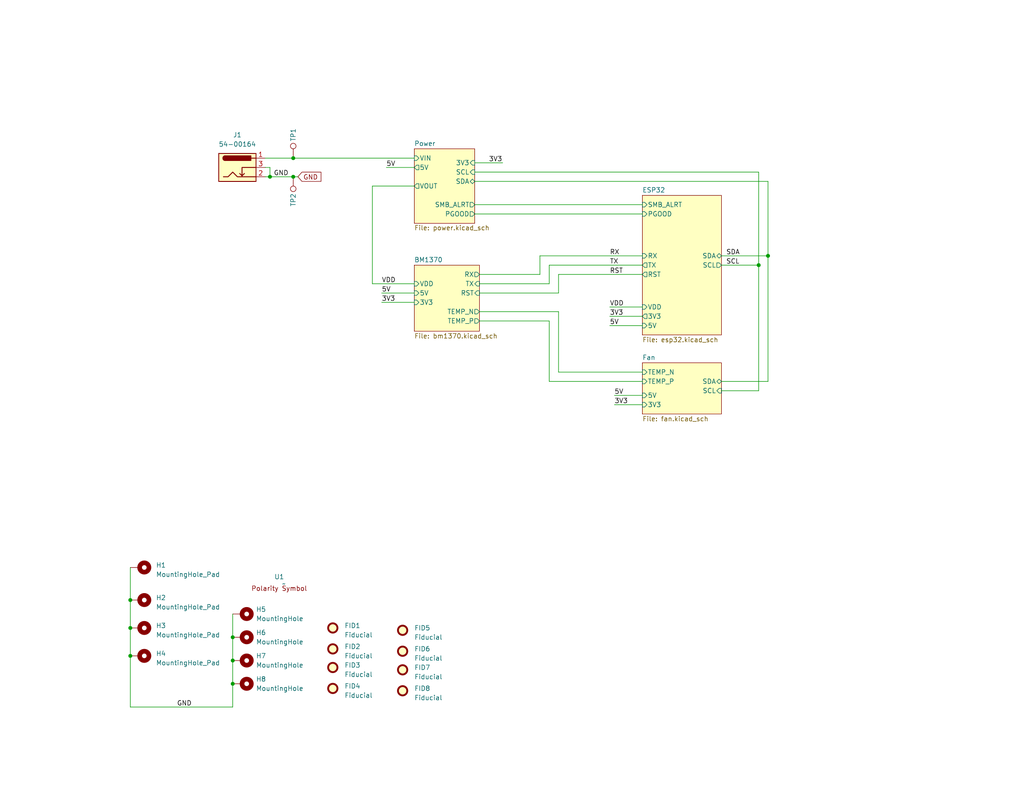
<source format=kicad_sch>
(kicad_sch (version 20231120) (generator "eeschema") (generator_version "8.0")
  (paper "A")
  (title_block (title "bitaxeGamma") (date "2024-09-26") (rev "602"))
  (lib_symbols
    (symbol "Connector:Barrel_Jack_Switch" (pin_names hide)
      (property "Reference" "J" (at 0 5.334 0))
      (property "Value" "Barrel_Jack_Switch" (at 0 -5.08 0))
      (symbol "Barrel_Jack_Switch_0_1"
        (rectangle (start -5.08 3.81) (end 5.08 -3.81) (stroke (width 0.254)) (fill (type background)))
        (arc (start -3.302 3.175) (mid -3.9343 2.54) (end -3.302 1.905) (stroke (width 0.254)))
        (arc (start -3.302 3.175) (mid -3.9343 2.54) (end -3.302 1.905) (stroke (width 0.254)) (fill (type outline)))
        (polyline (pts (xy 1.27 -2.286) (xy 1.905 -1.651)) (stroke (width 0.254)))
        (polyline (pts (xy 5.08 2.54) (xy 3.81 2.54)) (stroke (width 0.254)))
        (polyline (pts (xy 5.08 0) (xy 1.27 0) (xy 1.27 -2.286) (xy 0.635 -1.651)) (stroke (width 0.254)))
        (polyline (pts (xy -3.81 -2.54) (xy -2.54 -2.54) (xy -1.27 -1.27) (xy 0 -2.54) (xy 2.54 -2.54) (xy 5.08 -2.54)) (stroke (width 0.254)))
        (rectangle (start 3.683 3.175) (end -3.302 1.905) (stroke (width 0.254)) (fill (type outline)))
      )
      (symbol "Barrel_Jack_Switch_1_1"
        (pin power_out line (at 7.62 2.54 180) (length 2.54) (name "~") (number "1"))
        (pin power_out line (at 7.62 -2.54 180) (length 2.54) (name "~") (number "2"))
        (pin passive line (at 7.62 0 180) (length 2.54) (name "~") (number "3"))
      )
    )
    (symbol "Connector:TestPoint" (pin_numbers hide) (pin_names (offset 0.762) hide)
      (property "Reference" "TP" (at 0 6.858 0))
      (property "Value" "TestPoint" (at 0 5.08 0))
      (symbol "TestPoint_0_1"
        (circle (center 0 3.302) (radius 0.762))
      )
      (symbol "TestPoint_1_1"
        (pin passive line (at 0 0 90) (length 2.54) (name "1") (number "1"))
      )
    )
    (symbol "Mechanical:Fiducial"
      (property "Reference" "FID" (at 0 5.08 0))
      (property "Value" "Fiducial" (at 0 3.175 0))
      (symbol "Fiducial_0_1"
        (circle (center 0 0) (radius 1.27) (stroke (width 0.508)) (fill (type background)))
      )
    )
    (symbol "Mechanical:MountingHole_Pad" (pin_numbers hide) (pin_names (offset 1.016) hide)
      (property "Reference" "H" (at 0 6.35 0))
      (property "Value" "MountingHole_Pad" (at 0 4.445 0))
      (symbol "MountingHole_Pad_0_1"
        (circle (center 0 1.27) (radius 1.27) (stroke (width 1.27)))
      )
      (symbol "MountingHole_Pad_1_1"
        (pin input line (at 0 -2.54 90) (length 2.54) (name "1") (number "1"))
      )
    )
    (symbol "MountingHole_Pad_1" (pin_numbers hide) (pin_names (offset 1.016) hide) (exclude_from_sim yes) (in_bom no)
      (property "Reference" "H" (at 0 6.35 0))
      (property "Value" "MountingHole_Pad" (at 0 4.445 0))
      (symbol "MountingHole_Pad_1_0_1"
        (circle (center 0 1.27) (radius 1.27) (stroke (width 1.27)))
      )
      (symbol "MountingHole_Pad_1_1_1"
        (pin input line (at 0 -2.54 90) (length 2.54) (name "1") (number "1"))
      )
    )
    (symbol "MountingHole_Pad_2" (pin_numbers hide) (pin_names (offset 1.016) hide) (exclude_from_sim yes) (in_bom no)
      (property "Reference" "H" (at 0 6.35 0))
      (property "Value" "MountingHole_Pad" (at 0 4.445 0))
      (symbol "MountingHole_Pad_2_0_1"
        (circle (center 0 1.27) (radius 1.27) (stroke (width 1.27)))
      )
      (symbol "MountingHole_Pad_2_1_1"
        (pin input line (at 0 -2.54 90) (length 2.54) (name "1") (number "1"))
      )
    )
    (symbol "MountingHole_Pad_3" (pin_numbers hide) (pin_names (offset 1.016) hide) (exclude_from_sim yes) (in_bom no)
      (property "Reference" "H" (at 0 6.35 0))
      (property "Value" "MountingHole_Pad" (at 0 4.445 0))
      (symbol "MountingHole_Pad_3_0_1"
        (circle (center 0 1.27) (radius 1.27) (stroke (width 1.27)))
      )
      (symbol "MountingHole_Pad_3_1_1"
        (pin input line (at 0 -2.54 90) (length 2.54) (name "1") (number "1"))
      )
    )
    (symbol "MountingHole_Pad_4" (pin_numbers hide) (pin_names (offset 1.016) hide) (exclude_from_sim yes) (in_bom no)
      (property "Reference" "H" (at 0 6.35 0))
      (property "Value" "MountingHole_Pad" (at 0 4.445 0))
      (symbol "MountingHole_Pad_4_0_1"
        (circle (center 0 1.27) (radius 1.27) (stroke (width 1.27)))
      )
      (symbol "MountingHole_Pad_4_1_1"
        (pin input line (at 0 -2.54 90) (length 2.54) (name "1") (number "1"))
      )
    )
    (symbol "bitaxe:polarity" (in_bom no)
      (property "Reference" "U" (at 0 0 0))
      (symbol "polarity_1_1"
        (text "Polarity Symbol" (at -1.27 -1.27 0) (effects (font (size 1.27 1.27))))
      )
    )
  )
  (junction (at 73.66 48.26))
  (junction (at 209.55 69.85))
  (junction (at 63.5 186.69))
  (junction (at 35.56 179.07))
  (junction (at 80.01 43.18))
  (junction (at 35.56 171.45))
  (junction (at 207.01 72.39))
  (junction (at 80.01 48.26))
  (junction (at 63.5 180.34))
  (junction (at 63.5 173.99))
  (junction (at 35.56 163.83))
  (wire (pts (xy 73.66 45.72) (xy 73.66 48.26)))
  (wire (pts (xy 129.54 46.99) (xy 207.01 46.99)))
  (wire (pts (xy 152.4 101.6) (xy 175.26 101.6)))
  (wire (pts (xy 196.85 72.39) (xy 207.01 72.39)))
  (wire (pts (xy 80.01 48.26) (xy 81.28 48.26)))
  (wire (pts (xy 105.41 45.72) (xy 113.03 45.72)))
  (wire (pts (xy 63.5 167.64) (xy 63.5 173.99)))
  (wire (pts (xy 147.32 74.93) (xy 147.32 69.85)))
  (wire (pts (xy 130.81 77.47) (xy 149.86 77.47)))
  (wire (pts (xy 166.37 88.9) (xy 175.26 88.9)))
  (wire (pts (xy 63.5 173.99) (xy 63.5 180.34)))
  (wire (pts (xy 72.39 43.18) (xy 80.01 43.18)))
  (wire (pts (xy 72.39 48.26) (xy 73.66 48.26)))
  (wire (pts (xy 63.5 186.69) (xy 63.5 193.04)))
  (wire (pts (xy 167.64 110.49) (xy 175.26 110.49)))
  (wire (pts (xy 63.5 180.34) (xy 63.5 186.69)))
  (wire (pts (xy 209.55 49.53) (xy 209.55 69.85)))
  (wire (pts (xy 175.26 104.14) (xy 149.86 104.14)))
  (wire (pts (xy 152.4 74.93) (xy 175.26 74.93)))
  (wire (pts (xy 129.54 49.53) (xy 209.55 49.53)))
  (wire (pts (xy 73.66 48.26) (xy 80.01 48.26)))
  (wire (pts (xy 166.37 83.82) (xy 175.26 83.82)))
  (wire (pts (xy 207.01 72.39) (xy 207.01 106.68)))
  (wire (pts (xy 207.01 46.99) (xy 207.01 72.39)))
  (wire (pts (xy 196.85 69.85) (xy 209.55 69.85)))
  (wire (pts (xy 152.4 80.01) (xy 152.4 74.93)))
  (wire (pts (xy 35.56 163.83) (xy 35.56 171.45)))
  (wire (pts (xy 104.14 82.55) (xy 113.03 82.55)))
  (wire (pts (xy 130.81 74.93) (xy 147.32 74.93)))
  (wire (pts (xy 196.85 104.14) (xy 209.55 104.14)))
  (wire (pts (xy 72.39 45.72) (xy 73.66 45.72)))
  (wire (pts (xy 101.6 77.47) (xy 101.6 50.8)))
  (wire (pts (xy 130.81 85.09) (xy 152.4 85.09)))
  (wire (pts (xy 149.86 77.47) (xy 149.86 72.39)))
  (wire (pts (xy 196.85 106.68) (xy 207.01 106.68)))
  (wire (pts (xy 104.14 80.01) (xy 113.03 80.01)))
  (wire (pts (xy 149.86 87.63) (xy 130.81 87.63)))
  (wire (pts (xy 209.55 104.14) (xy 209.55 69.85)))
  (wire (pts (xy 129.54 58.42) (xy 175.26 58.42)))
  (wire (pts (xy 167.64 107.95) (xy 175.26 107.95)))
  (wire (pts (xy 129.54 55.88) (xy 175.26 55.88)))
  (wire (pts (xy 35.56 179.07) (xy 35.56 193.04)))
  (wire (pts (xy 35.56 154.94) (xy 35.56 163.83)))
  (wire (pts (xy 152.4 85.09) (xy 152.4 101.6)))
  (wire (pts (xy 147.32 69.85) (xy 175.26 69.85)))
  (wire (pts (xy 35.56 193.04) (xy 63.5 193.04)))
  (wire (pts (xy 166.37 86.36) (xy 175.26 86.36)))
  (wire (pts (xy 113.03 77.47) (xy 101.6 77.47)))
  (wire (pts (xy 101.6 50.8) (xy 113.03 50.8)))
  (wire (pts (xy 130.81 80.01) (xy 152.4 80.01)))
  (wire (pts (xy 149.86 72.39) (xy 175.26 72.39)))
  (wire (pts (xy 35.56 171.45) (xy 35.56 179.07)))
  (wire (pts (xy 80.01 43.18) (xy 113.03 43.18)))
  (wire (pts (xy 149.86 104.14) (xy 149.86 87.63)))
  (wire (pts (xy 129.54 44.45) (xy 137.16 44.45)))
  (label "VDD" (at 166.37 83.82 0))
  (label "3V3" (at 104.14 82.55 0))
  (label "RST" (at 166.37 74.93 0))
  (label "VDD" (at 104.14 77.47 0))
  (label "5V" (at 105.41 45.72 0))
  (label "5V" (at 167.64 107.95 0))
  (label "SDA" (at 198.12 69.85 0))
  (label "GND" (at 48.26 193.04 0))
  (label "RX" (at 166.37 69.85 0))
  (label "3V3" (at 133.35 44.45 0))
  (label "3V3" (at 166.37 86.36 0))
  (label "SCL" (at 198.12 72.39 0))
  (label "5V" (at 166.37 88.9 0))
  (label "3V3" (at 167.64 110.49 0))
  (label "5V" (at 104.14 80.01 0))
  (label "GND" (at 78.74 48.26 180))
  (label "TX" (at 166.37 72.39 0))
  (global_label "GND" (shape input) (at 81.28 48.26 0) (property "Intersheetrefs" "${INTERSHEET_REFS}" (effects (hide yes))))
  (symbol (lib_id "Mechanical:Fiducial") (at 90.805 177.165 0) (unit 1) (in_bom no)
    (property "Reference" "FID2" (at 93.98 176.53 0) (effects (justify left)))
    (property "Value" "Fiducial" (at 93.98 179.07 0) (effects (justify left)))
    (property "Footprint" "Fiducial:Fiducial_1mm_Mask2mm" (effects (hide yes)))
  )
  (symbol (lib_id "Mechanical:Fiducial") (at 90.805 182.245 0) (unit 1) (in_bom no)
    (property "Reference" "FID3" (at 93.98 181.61 0) (effects (justify left)))
    (property "Value" "Fiducial" (at 93.98 184.15 0) (effects (justify left)))
    (property "Footprint" "Fiducial:Fiducial_1mm_Mask2mm" (effects (hide yes)))
  )
  (symbol (lib_id "Mechanical:Fiducial") (at 90.805 187.96 0) (unit 1) (in_bom no)
    (property "Reference" "FID4" (at 93.98 187.325 0) (effects (justify left)))
    (property "Value" "Fiducial" (at 93.98 189.865 0) (effects (justify left)))
    (property "Footprint" "Fiducial:Fiducial_1mm_Mask2mm" (effects (hide yes)))
  )
  (symbol (lib_id "Mechanical:Fiducial") (at 109.855 177.8 0) (unit 1) (in_bom no)
    (property "Reference" "FID6" (at 113.03 177.165 0) (effects (justify left)))
    (property "Value" "Fiducial" (at 113.03 179.705 0) (effects (justify left)))
    (property "Footprint" "Fiducial:Fiducial_1mm_Mask2mm" (effects (hide yes)))
  )
  (symbol (lib_id "Connector:TestPoint") (at 80.01 43.18 0) (unit 1) (in_bom no)
    (property "Reference" "TP1" (at 80.01 36.83 90))
    (property "Value" "TestPoint" (effects (hide yes)))
    (property "Footprint" "TestPoint:TestPoint_Pad_D1.5mm" (effects (hide yes)))
  )
  (symbol (lib_id "Connector:TestPoint") (at 80.01 48.26 180) (unit 1) (in_bom no)
    (property "Reference" "TP2" (at 80.01 54.61 90))
    (property "Value" "TestPoint" (effects (hide yes)))
    (property "Footprint" "TestPoint:TestPoint_Pad_D1.5mm" (effects (hide yes)))
  )
  (symbol (lib_name "MountingHole_Pad_4") (lib_id "Mechanical:MountingHole_Pad") (at 66.04 186.69 270) (unit 1) (exclude_from_sim yes) (in_bom no)
    (property "Reference" "H8" (at 69.85 185.4199 90) (effects (justify left)))
    (property "Value" "MountingHole" (at 69.85 187.9599 90) (effects (justify left)))
    (property "Footprint" "MountingHole:MountingHole_3.2mm_M3_Pad" (effects (hide yes)))
    (property "Description" "Mounting Hole with connection" (effects (hide yes)))
  )
  (symbol (lib_id "Connector:Barrel_Jack_Switch") (at 64.77 45.72 0) (unit 1)
    (property "Reference" "J1" (at 64.77 36.83 0))
    (property "Value" "54-00164" (at 64.77 39.37 0))
    (property "Footprint" "bitaxe:TENSILITY_54-00164" (effects (hide yes)))
    (property "Datasheet" "https://tensility.s3.amazonaws.com/uploads/pdffiles/54-00164.pdf" (effects (hide yes)))
    (property "Description" "DC Barrel Jack with an internal switch" (effects (hide yes)))
    (property "DK" "839-54-00164CT-ND" (effects (hide yes)))
    (property "PARTNO" "54-00164" (effects (hide yes)))
    (property "LCSC" "C431534" (effects (hide yes)))
  )
  (symbol (lib_id "Mechanical:MountingHole_Pad") (at 38.1 154.94 270) (unit 1) (in_bom no)
    (property "Reference" "H1" (at 42.545 154.305 90) (effects (justify left)))
    (property "Value" "MountingHole_Pad" (at 42.545 156.845 90) (effects (justify left)))
    (property "Footprint" "bitaxe:MountingHole_3mm_Pad_Via" (effects (hide yes)))
  )
  (symbol (lib_name "MountingHole_Pad_3") (lib_id "Mechanical:MountingHole_Pad") (at 66.04 180.34 270) (unit 1) (exclude_from_sim yes) (in_bom no)
    (property "Reference" "H7" (at 69.85 179.0699 90) (effects (justify left)))
    (property "Value" "MountingHole" (at 69.85 181.6099 90) (effects (justify left)))
    (property "Footprint" "MountingHole:MountingHole_3.2mm_M3_Pad" (effects (hide yes)))
    (property "Description" "Mounting Hole with connection" (effects (hide yes)))
  )
  (symbol (lib_id "Mechanical:Fiducial") (at 90.805 171.45 0) (unit 1) (in_bom no)
    (property "Reference" "FID1" (at 93.98 170.815 0) (effects (justify left)))
    (property "Value" "Fiducial" (at 93.98 173.355 0) (effects (justify left)))
    (property "Footprint" "Fiducial:Fiducial_1mm_Mask2mm" (effects (hide yes)))
  )
  (symbol (lib_id "Mechanical:Fiducial") (at 109.855 188.595 0) (unit 1) (in_bom no)
    (property "Reference" "FID8" (at 113.03 187.96 0) (effects (justify left)))
    (property "Value" "Fiducial" (at 113.03 190.5 0) (effects (justify left)))
    (property "Footprint" "Fiducial:Fiducial_1mm_Mask2mm" (effects (hide yes)))
  )
  (symbol (lib_id "Mechanical:Fiducial") (at 109.855 172.085 0) (unit 1) (in_bom no)
    (property "Reference" "FID5" (at 113.03 171.45 0) (effects (justify left)))
    (property "Value" "Fiducial" (at 113.03 173.99 0) (effects (justify left)))
    (property "Footprint" "Fiducial:Fiducial_1mm_Mask2mm" (effects (hide yes)))
  )
  (symbol (lib_name "MountingHole_Pad_2") (lib_id "Mechanical:MountingHole_Pad") (at 66.04 173.99 270) (unit 1) (exclude_from_sim yes) (in_bom no)
    (property "Reference" "H6" (at 69.85 172.7199 90) (effects (justify left)))
    (property "Value" "MountingHole" (at 69.85 175.2599 90) (effects (justify left)))
    (property "Footprint" "MountingHole:MountingHole_3.2mm_M3_Pad" (effects (hide yes)))
    (property "Description" "Mounting Hole with connection" (effects (hide yes)))
  )
  (symbol (lib_id "Mechanical:Fiducial") (at 109.855 182.88 0) (unit 1) (in_bom no)
    (property "Reference" "FID7" (at 113.03 182.245 0) (effects (justify left)))
    (property "Value" "Fiducial" (at 113.03 184.785 0) (effects (justify left)))
    (property "Footprint" "Fiducial:Fiducial_1mm_Mask2mm" (effects (hide yes)))
  )
  (symbol (lib_name "MountingHole_Pad_1") (lib_id "Mechanical:MountingHole_Pad") (at 66.04 167.64 270) (unit 1) (exclude_from_sim yes) (in_bom no)
    (property "Reference" "H5" (at 69.85 166.3699 90) (effects (justify left)))
    (property "Value" "MountingHole" (at 69.85 168.9099 90) (effects (justify left)))
    (property "Footprint" "MountingHole:MountingHole_3.2mm_M3_Pad" (effects (hide yes)))
    (property "Description" "Mounting Hole with connection" (effects (hide yes)))
  )
  (symbol (lib_id "Mechanical:MountingHole_Pad") (at 38.1 171.45 270) (unit 1) (in_bom no)
    (property "Reference" "H3" (at 42.545 170.815 90) (effects (justify left)))
    (property "Value" "MountingHole_Pad" (at 42.545 173.355 90) (effects (justify left)))
    (property "Footprint" "bitaxe:MountingHole_3mm_Pad_Via" (effects (hide yes)))
  )
  (symbol (lib_id "Mechanical:MountingHole_Pad") (at 38.1 163.83 270) (unit 1) (in_bom no)
    (property "Reference" "H2" (at 42.545 163.195 90) (effects (justify left)))
    (property "Value" "MountingHole_Pad" (at 42.545 165.735 90) (effects (justify left)))
    (property "Footprint" "bitaxe:MountingHole_3mm_Pad_Via" (effects (hide yes)))
  )
  (symbol (lib_id "Mechanical:MountingHole_Pad") (at 38.1 179.07 270) (unit 1) (in_bom no)
    (property "Reference" "H4" (at 42.545 178.435 90) (effects (justify left)))
    (property "Value" "MountingHole_Pad" (at 42.545 180.975 90) (effects (justify left)))
    (property "Footprint" "bitaxe:MountingHole_3mm_Pad_Via" (effects (hide yes)))
  )
  (symbol (lib_id "bitaxe:polarity") (at 77.47 159.385 0) (unit 1) (in_bom no)
    (property "Reference" "U1" (at 76.2 157.48 0))
    (property "Value" "~" (at 77.47 159.385 0))
    (property "Footprint" "bitaxe:polarity" (effects (hide yes)))
  )
  (sheet (at 113.03 72.39) (size 17.78 18.034) (stroke (width 0.1524)) (fill (color 255 255 194 1.0000))
    (property "Sheetname" "BM1370" (at 113.03 71.6784 0) (effects (justify left bottom)))
    (property "Sheetfile" "bm1370.kicad_sch" (at 113.03 91.0086 0) (effects (justify left top)))
    (pin "TX" input (at 130.81 77.47 0))
    (pin "RX" output (at 130.81 74.93 0))
    (pin "RST" input (at 130.81 80.01 0))
    (pin "3V3" input (at 113.03 82.55 180))
    (pin "5V" input (at 113.03 80.01 180))
    (pin "VDD" input (at 113.03 77.47 180))
    (pin "TEMP_N" output (at 130.81 85.09 0))
    (pin "TEMP_P" output (at 130.81 87.63 0))
  )
  (sheet (at 175.26 99.06) (size 21.59 13.97) (stroke (width 0.1524)) (fill (color 255 255 194 1.0000))
    (property "Sheetname" "Fan" (at 175.26 98.3484 0) (effects (justify left bottom)))
    (property "Sheetfile" "fan.kicad_sch" (at 175.26 113.6146 0) (effects (justify left top)))
    (pin "SDA" bidirectional (at 196.85 104.14 0))
    (pin "SCL" input (at 196.85 106.68 0))
    (pin "5V" input (at 175.26 107.95 180))
    (pin "3V3" input (at 175.26 110.49 180))
    (pin "TEMP_N" input (at 175.26 101.6 180))
    (pin "TEMP_P" input (at 175.26 104.14 180))
  )
  (sheet (at 113.03 40.64) (size 16.51 20.32) (stroke (width 0.1524)) (fill (color 255 255 194 1.0000))
    (property "Sheetname" "Power" (at 113.03 39.9284 0) (effects (justify left bottom)))
    (property "Sheetfile" "power.kicad_sch" (at 113.03 61.468 0) (effects (justify left top)))
    (pin "VOUT" output (at 113.03 50.8 180))
    (pin "VIN" input (at 113.03 43.18 180))
    (pin "SCL" input (at 129.54 46.99 0))
    (pin "SDA" bidirectional (at 129.54 49.53 0))
    (pin "5V" output (at 113.03 45.72 180))
    (pin "3V3" input (at 129.54 44.45 0))
    (pin "PGOOD" output (at 129.54 58.42 0))
    (pin "SMB_ALRT" output (at 129.54 55.88 0))
  )
  (sheet (at 175.26 53.34) (size 21.59 38.1) (stroke (width 0.1524)) (fill (color 255 255 194 1.0000))
    (property "Sheetname" "ESP32" (at 175.26 52.6284 0) (effects (justify left bottom)))
    (property "Sheetfile" "esp32.kicad_sch" (at 175.26 92.0246 0) (effects (justify left top)))
    (pin "SDA" bidirectional (at 196.85 69.85 0))
    (pin "SCL" output (at 196.85 72.39 0))
    (pin "RX" input (at 175.26 69.85 180))
    (pin "TX" output (at 175.26 72.39 180))
    (pin "RST" output (at 175.26 74.93 180))
    (pin "5V" input (at 175.26 88.9 180))
    (pin "3V3" output (at 175.26 86.36 180))
    (pin "PGOOD" input (at 175.26 58.42 180))
    (pin "VDD" input (at 175.26 83.82 180))
    (pin "SMB_ALRT" input (at 175.26 55.88 180))
  )
)
</source>
